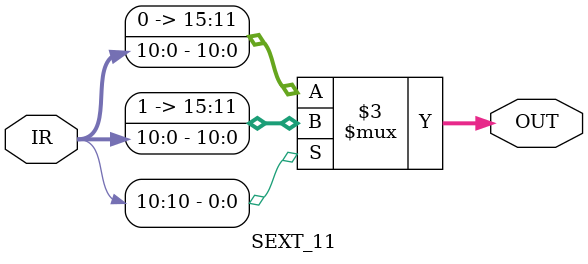
<source format=sv>
module SEXT_5 (     input logic [15:0] IR,
                    output logic [15:0] OUT );
    always_comb  
    begin
        if (IR[4])
            OUT = {11'b11111111111, IR[4:0]};
        else 
            OUT = {11'b00000000000, IR[4:0]};
    end
endmodule


module SEXT_6 (     input logic [15:0] IR,
                    output logic [15:0] OUT );
    always_comb  
    begin
        if (IR[5])
            OUT = {10'b1111111111, IR[5:0]};
        else 
            OUT = {10'b0000000000, IR[5:0]};
    end
endmodule


module SEXT_9 (     input logic [15:0] IR,
                    output logic [15:0] OUT );
    always_comb  
    begin
        if (IR[8])
            OUT = {7'b1111111, IR[8:0]};
        else 
            OUT = {7'b0000000, IR[8:0]};
    end
endmodule


module SEXT_11 (     input logic [15:0] IR,
                    output logic [15:0] OUT );
    always_comb  
    begin
        if (IR[10])
            OUT = {5'b11111, IR[10:0]};
        else 
            OUT = {5'b00000, IR[10:0]};
    end
endmodule

</source>
